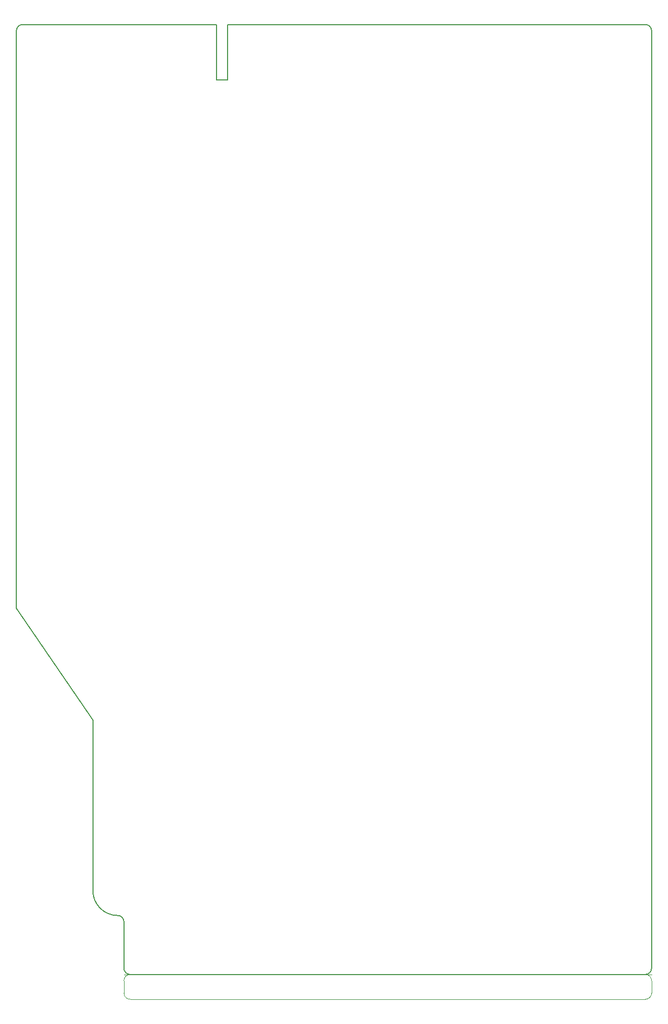
<source format=gbr>
%TF.GenerationSoftware,KiCad,Pcbnew,5.1.12~sunspark9.18*%
%TF.CreationDate,2023-11-23T01:00:00+01:00*%
%TF.ProjectId,ZX_Spectrum_Bus_Expander_1.00,5a585f53-7065-4637-9472-756d5f427573,1.00*%
%TF.SameCoordinates,Original*%
%TF.FileFunction,Profile,NP*%
%FSLAX46Y46*%
G04 Gerber Fmt 4.6, Leading zero omitted, Abs format (unit mm)*
G04 Created by KiCad (PCBNEW 5.1.12~sunspark9.18) date 2023-11-23 01:00:00*
%MOMM*%
%LPD*%
G01*
G04 APERTURE LIST*
%TA.AperFunction,Profile*%
%ADD10C,0.150000*%
%TD*%
%TA.AperFunction,Profile*%
%ADD11C,0.100000*%
%TD*%
G04 APERTURE END LIST*
D10*
X17325000Y-152000000D02*
X17325000Y-144500000D01*
X16325000Y-143500000D02*
G75*
G02*
X12325000Y-139500000I0J4000000D01*
G01*
X16325000Y-143500000D02*
G75*
G02*
X17325000Y-144500000I0J-1000000D01*
G01*
X12325000Y-112000000D02*
X0Y-94000000D01*
X0Y-1000000D02*
G75*
G02*
X1000000Y0I1000000J0D01*
G01*
X0Y-94000000D02*
X0Y-1000000D01*
X18325000Y-153000000D02*
G75*
G02*
X17325000Y-152000000I0J1000000D01*
G01*
X102325000Y-152000000D02*
G75*
G02*
X101325000Y-153000000I-1000000J0D01*
G01*
X101325000Y0D02*
G75*
G02*
X102325000Y-1000000I0J-1000000D01*
G01*
X1000000Y0D02*
X32230000Y0D01*
X32230000Y0D02*
X32230000Y-8890000D01*
X32230000Y-8890000D02*
X34008000Y-8890000D01*
X34008000Y-8890000D02*
X34008000Y0D01*
X34008000Y0D02*
X101325000Y0D01*
X102325000Y-1000000D02*
X102325000Y-152000000D01*
X101325000Y-153000000D02*
X18325000Y-153000000D01*
X12325000Y-139500000D02*
X12325000Y-112000000D01*
D11*
X101325000Y-157000000D02*
X18325000Y-157000000D01*
X17325000Y-156000000D02*
X17325000Y-154000000D01*
X18325000Y-153000000D02*
X101325000Y-153000000D01*
X102325000Y-154000000D02*
X102325000Y-156000000D01*
X101325000Y-153000000D02*
G75*
G02*
X102325000Y-154000000I0J-1000000D01*
G01*
X17325000Y-154000000D02*
G75*
G02*
X18325000Y-153000000I1000000J0D01*
G01*
X18325000Y-157000000D02*
G75*
G02*
X17325000Y-156000000I0J1000000D01*
G01*
X102325000Y-156000000D02*
G75*
G02*
X101325000Y-157000000I-1000000J0D01*
G01*
X102325000Y-153000000D02*
X17325000Y-153000000D01*
M02*

</source>
